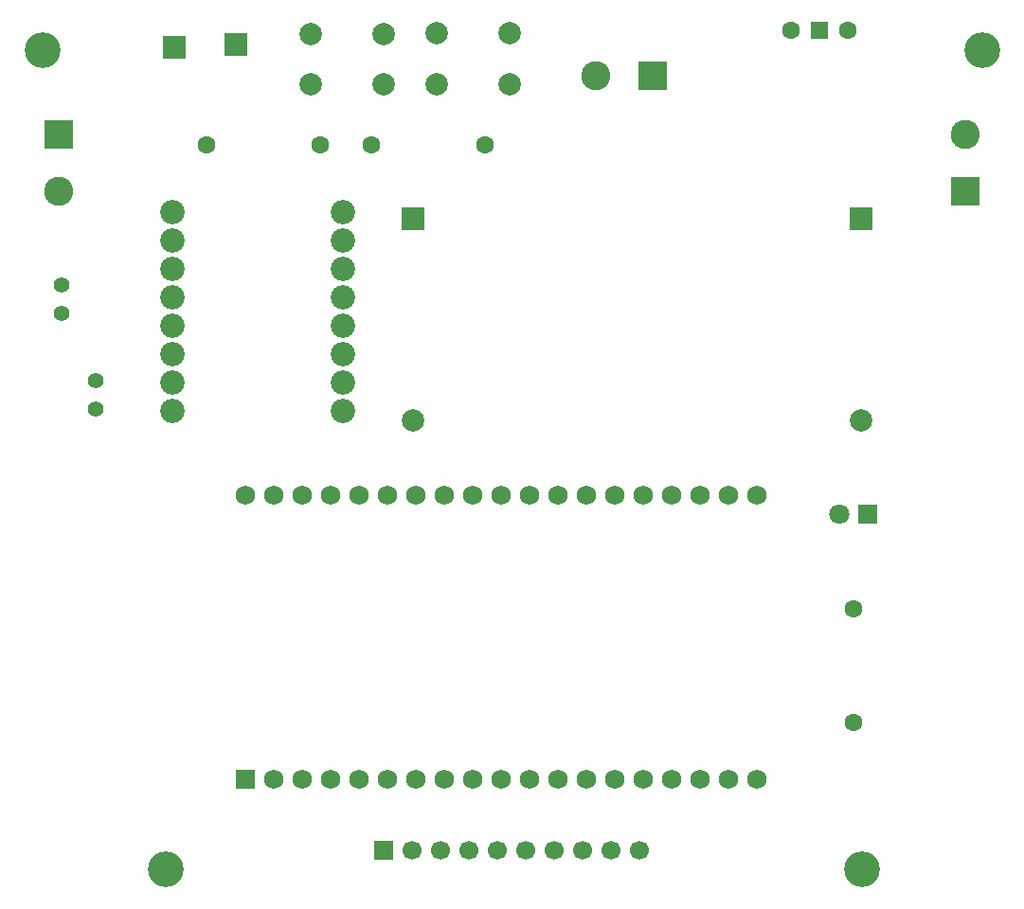
<source format=gbr>
%TF.GenerationSoftware,KiCad,Pcbnew,9.0.7*%
%TF.CreationDate,2026-02-14T18:41:00+05:30*%
%TF.ProjectId,Line_Follower,4c696e65-5f46-46f6-9c6c-6f7765722e6b,v1.0*%
%TF.SameCoordinates,Original*%
%TF.FileFunction,Soldermask,Top*%
%TF.FilePolarity,Negative*%
%FSLAX46Y46*%
G04 Gerber Fmt 4.6, Leading zero omitted, Abs format (unit mm)*
G04 Created by KiCad (PCBNEW 9.0.7) date 2026-02-14 18:41:00*
%MOMM*%
%LPD*%
G01*
G04 APERTURE LIST*
G04 Aperture macros list*
%AMRoundRect*
0 Rectangle with rounded corners*
0 $1 Rounding radius*
0 $2 $3 $4 $5 $6 $7 $8 $9 X,Y pos of 4 corners*
0 Add a 4 corners polygon primitive as box body*
4,1,4,$2,$3,$4,$5,$6,$7,$8,$9,$2,$3,0*
0 Add four circle primitives for the rounded corners*
1,1,$1+$1,$2,$3*
1,1,$1+$1,$4,$5*
1,1,$1+$1,$6,$7*
1,1,$1+$1,$8,$9*
0 Add four rect primitives between the rounded corners*
20,1,$1+$1,$2,$3,$4,$5,0*
20,1,$1+$1,$4,$5,$6,$7,0*
20,1,$1+$1,$6,$7,$8,$9,0*
20,1,$1+$1,$8,$9,$2,$3,0*%
G04 Aperture macros list end*
%ADD10C,3.200000*%
%ADD11C,1.600000*%
%ADD12R,1.500000X1.500000*%
%ADD13RoundRect,0.102000X1.200000X-1.200000X1.200000X1.200000X-1.200000X1.200000X-1.200000X-1.200000X0*%
%ADD14C,2.604000*%
%ADD15R,1.800000X1.800000*%
%ADD16C,1.800000*%
%ADD17RoundRect,0.102000X-1.200000X1.200000X-1.200000X-1.200000X1.200000X-1.200000X1.200000X1.200000X0*%
%ADD18R,2.000000X2.000000*%
%ADD19C,2.000000*%
%ADD20RoundRect,0.102000X0.765000X-0.765000X0.765000X0.765000X-0.765000X0.765000X-0.765000X-0.765000X0*%
%ADD21C,1.734000*%
%ADD22C,1.414000*%
%ADD23R,1.700000X1.700000*%
%ADD24C,1.700000*%
%ADD25C,2.184000*%
%ADD26RoundRect,0.102000X1.200000X1.200000X-1.200000X1.200000X-1.200000X-1.200000X1.200000X-1.200000X0*%
G04 APERTURE END LIST*
D10*
%TO.C,H1*%
X104250000Y-35750000D03*
%TD*%
%TO.C,H2*%
X188250000Y-35750000D03*
%TD*%
%TO.C,H3*%
X115250000Y-109000000D03*
%TD*%
%TO.C,H4*%
X177500000Y-109000000D03*
%TD*%
D11*
%TO.C,R14*%
X118920000Y-44250000D03*
X129080000Y-44250000D03*
%TD*%
D12*
%TO.C,SW1*%
X173710000Y-34000000D03*
D11*
X171170000Y-34000000D03*
X176250000Y-34000000D03*
%TD*%
D13*
%TO.C,J10*%
X186762500Y-48330000D03*
D14*
X186762500Y-43250000D03*
%TD*%
D15*
%TO.C,D2*%
X178000000Y-77250000D03*
D16*
X175460000Y-77250000D03*
%TD*%
D17*
%TO.C,J9*%
X105750000Y-43250000D03*
D14*
X105750000Y-48330000D03*
%TD*%
D18*
%TO.C,U2*%
X137411600Y-50840200D03*
D19*
X137411600Y-68840200D03*
X177411600Y-68840200D03*
D18*
X177411600Y-50840200D03*
%TD*%
D20*
%TO.C,U1*%
X122400000Y-100900000D03*
D21*
X124940000Y-100900000D03*
X127480000Y-100900000D03*
X130020000Y-100900000D03*
X132560000Y-100900000D03*
X135100000Y-100900000D03*
X137640000Y-100900000D03*
X140180000Y-100900000D03*
X142720000Y-100900000D03*
X145260000Y-100900000D03*
X147800000Y-100900000D03*
X150340000Y-100900000D03*
X152880000Y-100900000D03*
X155420000Y-100900000D03*
X157960000Y-100900000D03*
X160500000Y-100900000D03*
X163040000Y-100900000D03*
X165580000Y-100900000D03*
X168120000Y-100900000D03*
X168120000Y-75500000D03*
X165580000Y-75500000D03*
X163040000Y-75500000D03*
X160500000Y-75500000D03*
X157960000Y-75500000D03*
X155420000Y-75500000D03*
X152880000Y-75500000D03*
X150340000Y-75500000D03*
X147800000Y-75500000D03*
X145260000Y-75500000D03*
X142720000Y-75500000D03*
X140180000Y-75500000D03*
X137640000Y-75500000D03*
X135100000Y-75500000D03*
X132560000Y-75500000D03*
X130020000Y-75500000D03*
X127480000Y-75500000D03*
X124940000Y-75500000D03*
X122400000Y-75500000D03*
%TD*%
D11*
%TO.C,R13*%
X133670000Y-44250000D03*
X143830000Y-44250000D03*
%TD*%
D18*
%TO.C,TP2*%
X121540000Y-35262500D03*
%TD*%
D22*
%TO.C,C8*%
X109000000Y-67790000D03*
X109000000Y-65250000D03*
%TD*%
D18*
%TO.C,TP1*%
X116040000Y-35512500D03*
%TD*%
D23*
%TO.C,J11*%
X134760000Y-107250000D03*
D24*
X137300000Y-107250000D03*
X139840000Y-107250000D03*
X142380000Y-107250000D03*
X144920000Y-107250000D03*
X147460000Y-107250000D03*
X150000000Y-107250000D03*
X152540000Y-107250000D03*
X155080000Y-107250000D03*
X157620000Y-107250000D03*
%TD*%
D19*
%TO.C,SW3*%
X128250000Y-34262500D03*
X134750000Y-34262500D03*
X128250000Y-38762500D03*
X134750000Y-38762500D03*
%TD*%
D25*
%TO.C,U3*%
X115880000Y-50210000D03*
X115880000Y-52750000D03*
X115880000Y-55290000D03*
X115880000Y-57830000D03*
X115880000Y-60370000D03*
X115880000Y-62910000D03*
X115880000Y-65450000D03*
X115880000Y-67990000D03*
X131120000Y-67990000D03*
X131120000Y-65450000D03*
X131120000Y-62910000D03*
X131120000Y-60370000D03*
X131120000Y-57830000D03*
X131120000Y-55290000D03*
X131120000Y-52750000D03*
X131120000Y-50210000D03*
%TD*%
D11*
%TO.C,R2*%
X176750000Y-95830000D03*
X176750000Y-85670000D03*
%TD*%
D26*
%TO.C,J1*%
X158790000Y-37987500D03*
D14*
X153710000Y-37987500D03*
%TD*%
D19*
%TO.C,SW6*%
X139540000Y-34250000D03*
X146040000Y-34250000D03*
X139540000Y-38750000D03*
X146040000Y-38750000D03*
%TD*%
D22*
%TO.C,C5*%
X106000000Y-56710000D03*
X106000000Y-59250000D03*
%TD*%
M02*

</source>
